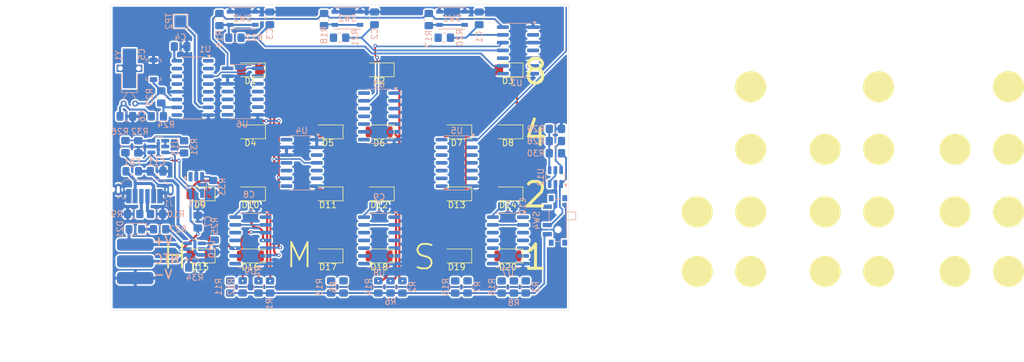
<source format=kicad_pcb>
(kicad_pcb (version 20241229) (generator "pcbnew") (generator_version "9.0")
  (layers (0 "F.Cu" signal) (2 "B.Cu" signal) (13 "F.Paste" user) (15 "B.Paste" user) (5 "F.SilkS" user "F.Silkscreen") (7 "B.SilkS" user "B.Silkscreen") (1 "F.Mask" user) (3 "B.Mask" user) (25 "Edge.Cuts" user))
  (net 0 "")
  (net 1 "GND")
  (net 2 "VDD")
  (net 3 "Net-(U1-~{Φ1})")
  (net 4 "Net-(U1-Φ0)")
  (net 11 "Net-(C1-Pad1)")
  (net 15 "Net-(C3-Pad1)")
  (net 16 "Net-(D14-K)")
  (net 17 "Net-(D20-K)")
  (net 18 "Net-(C2-Pad1)")
  (net 19 "2048hz")
  (net 20 "2Hz")
  (net 21 "HS")
  (net 22 "MS")
  (net 23 "Net-(J1-CC1)")
  (net 24 "Net-(J1-CC2)")
  (net 25 "Net-(C6-Pad1)")
  (net 26 "Net-(D3-K)")
  (net 27 "Net-(D2-K)")
  (net 28 "Net-(D10-K)")
  (net 29 "Net-(D13-K)")
  (net 30 "Net-(D17-K)")
  (net 31 "Net-(D19-K)")
  (net 32 "SS")
  (net 33 "Net-(D1-K)")
  (net 34 "Net-(D11-K)")
  (net 35 "Net-(D15-K)")
  (net 36 "Net-(D18-K)")
  (net 37 "Net-(R17-Pad1)")
  (net 38 "Net-(D12-K)")
  (net 39 "Net-(R18-Pad1)")
  (net 40 "Net-(D16-K)")
  (net 41 "Net-(R19-Pad1)")
  (net 42 "Net-(FB1-Pad1)")
  (net 45 "Net-(D1-A)")
  (net 46 "Net-(D2-A)")
  (net 47 "Net-(D3-A)")
  (net 48 "Net-(D4-A)")
  (net 49 "Net-(D5-A)")
  (net 50 "Net-(D6-A)")
  (net 51 "Net-(D7-A)")
  (net 52 "Net-(D8-A)")
  (net 53 "Net-(D9-A)")
  (net 54 "Net-(D10-A)")
  (net 55 "Net-(D11-A)")
  (net 56 "Net-(D12-A)")
  (net 57 "Net-(D13-A)")
  (net 58 "Net-(D14-A)")
  (net 59 "Net-(D15-A)")
  (net 60 "Net-(D16-A)")
  (net 61 "Net-(D17-A)")
  (net 62 "Net-(D18-A)")
  (net 63 "Net-(D19-A)")
  (net 64 "Net-(D20-A)")
  (net 65 "Net-(U8A-MR)")
  (net 66 "Net-(U7A-MR)")
  (net 67 "Net-(U7B-MR)")
  (net 68 "Net-(U8B-MR)")
  (net 69 "/Min")
  (net 70 "/SIN")
  (net 71 "/1Hz")
  (net 72 "/Hin")
  (net 73 "Net-(U9A-MR)")
  (net 81 "Net-(U9B-MR)")
  (net 85 "Net-(U3-Pad10)")
  (net 86 "Net-(U10-VIN)")
  (net 87 "Net-(D21-K)")
  (net 88 "/NTC")
  (net 89 "Net-(U10-ISET)")
  (net 90 "Net-(U10-~{CHG})")
  (net 92 "Net-(U12-+)")
  (net 93 "Net-(U12--)")
  (net 97 "VBAT")
  (net 98 "Net-(U11-EN)")
  (net 99 "Net-(U13-+)")
  (net 100 "Net-(U11-ISET)")
  (net 101 "Net-(U13--)")
  (net 102 "Net-(SW4-B)")
  (net 103 "Net-(SW4-C)")
  (footprint "LED_SMD:LED_1206_3216Metric_Pad1.42x1.75mm_HandSolder" (layer "F.Cu") (at 149.86 105.41 180)
    (property "Reference" "D17")
    (property "Value" "LED")
  )
  (footprint "LED_SMD:LED_1206_3216Metric_Pad1.42x1.75mm_HandSolder" (layer "F.Cu") (at 137.16 85.09 180)
    (property "Reference" "D4")
    (property "Value" "LED")
  )
  (footprint "LED_SMD:LED_1206_3216Metric_Pad1.42x1.75mm_HandSolder" (layer "F.Cu") (at 179.324 74.93 180)
    (property "Reference" "D3")
    (property "Value" "LED")
  )
  (footprint "LED_SMD:LED_1206_3216Metric_Pad1.42x1.75mm_HandSolder" (layer "F.Cu") (at 128.905 105.41 180)
    (property "Reference" "D15")
    (property "Value" "LED")
  )
  (footprint "LED_SMD:LED_1206_3216Metric_Pad1.42x1.75mm_HandSolder" (layer "F.Cu") (at 149.86 85.09 180)
    (property "Reference" "D5")
    (property "Value" "LED")
  )
  (footprint "LED_SMD:LED_1206_3216Metric_Pad1.42x1.75mm_HandSolder" (layer "F.Cu") (at 128.905 95.25 180)
    (property "Reference" "D9")
    (property "Value" "LED")
  )
  (footprint "LED_SMD:LED_1206_3216Metric_Pad1.42x1.75mm_HandSolder" (layer "F.Cu") (at 149.86 95.25 180)
    (property "Reference" "D11")
    (property "Value" "LED")
  )
  (footprint "LED_SMD:LED_1206_3216Metric_Pad1.42x1.75mm_HandSolder" (layer "F.Cu") (at 158.242 74.93 180)
    (property "Reference" "D2")
    (property "Value" "LED")
  )
  (footprint "LED_SMD:LED_1206_3216Metric_Pad1.42x1.75mm_HandSolder" (layer "F.Cu") (at 170.942 95.25 180)
    (property "Reference" "D13")
    (property "Value" "LED")
  )
  (footprint "LED_SMD:LED_1206_3216Metric_Pad1.42x1.75mm_HandSolder" (layer "F.Cu") (at 170.942 105.41 180)
    (property "Reference" "D19")
    (property "Value" "LED")
  )
  (footprint "LED_SMD:LED_1206_3216Metric_Pad1.42x1.75mm_HandSolder" (layer "F.Cu") (at 137.16 74.93 180)
    (property "Reference" "D1")
    (property "Value" "LED")
  )
  (footprint "LED_SMD:LED_1206_3216Metric_Pad1.42x1.75mm_HandSolder" (layer "F.Cu") (at 170.942 85.09 180)
    (property "Reference" "D7")
    (property "Value" "LED")
  )
  (footprint "LED_SMD:LED_1206_3216Metric_Pad1.42x1.75mm_HandSolder" (layer "F.Cu") (at 158.242 105.41 180)
    (property "Reference" "D18")
    (property "Value" "LED")
  )
  (footprint "LED_SMD:LED_1206_3216Metric_Pad1.42x1.75mm_HandSolder" (layer "F.Cu") (at 137.16 95.25 180)
    (property "Reference" "D10")
    (property "Value" "LED")
  )
  (footprint "LED_SMD:LED_1206_3216Metric_Pad1.42x1.75mm_HandSolder" (layer "F.Cu") (at 137.16 105.41 180)
    (property "Reference" "D16")
    (property "Value" "LED")
  )
  (footprint "LED_SMD:LED_1206_3216Metric_Pad1.42x1.75mm_HandSolder" (layer "F.Cu") (at 179.324 85.09 180)
    (property "Reference" "D8")
    (property "Value" "LED")
  )
  (footprint "LED_SMD:LED_1206_3216Metric_Pad1.42x1.75mm_HandSolder" (layer "F.Cu") (at 158.242 85.09 180)
    (property "Reference" "D6")
    (property "Value" "LED")
  )
  (footprint "LED_SMD:LED_1206_3216Metric_Pad1.42x1.75mm_HandSolder" (layer "F.Cu") (at 179.324 105.41 180)
    (property "Reference" "D20")
    (property "Value" "LED")
  )
  (footprint "LED_SMD:LED_1206_3216Metric_Pad1.42x1.75mm_HandSolder" (layer "F.Cu") (at 179.324 95.25 180)
    (property "Reference" "D14")
    (property "Value" "LED")
  )
  (footprint "LED_SMD:LED_1206_3216Metric_Pad1.42x1.75mm_HandSolder" (layer "F.Cu") (at 158.242 95.25 180)
    (property "Reference" "D12")
    (property "Value" "LED")
  )
  (footprint "Capacitor_SMD:C_0805_2012Metric_Pad1.18x1.45mm_HandSolder" (layer "B.Cu") (at 158.242 97.282)
    (property "Reference" "C9")
    (property "Value" "39pf")
  )
  (footprint "Capacitor_SMD:C_0805_2012Metric_Pad1.18x1.45mm_HandSolder" (layer "B.Cu") (at 125.73 71.12)
    (property "Reference" "C4")
    (property "Value" "39pf")
  )
  (footprint "Resistor_SMD:R_0805_2012Metric_Pad1.20x1.40mm_HandSolder" (layer "B.Cu") (at 160.1 110.49 -90)
    (property "Reference" "R6")
    (property "Value" "1k5")
  )
  (footprint "Capacitor_SMD:C_0805_2012Metric_Pad1.18x1.45mm_HandSolder" (layer "B.Cu") (at 174.625 66.5 90)
    (property "Reference" "C1")
    (property "Value" "100n")
  )
  (footprint "Resistor_SMD:R_0805_2012Metric_Pad1.20x1.40mm_HandSolder" (layer "B.Cu") (at 138.4808 110.49 -90)
    (property "Reference" "R4")
    (property "Value" "1k5")
  )
  (footprint "Resistor_SMD:R_0805_2012Metric_Pad1.20x1.40mm_HandSolder" (layer "B.Cu") (at 122.3 101.05)
    (property "Reference" "R27")
    (property "Value" "2k")
  )
  (footprint "Capacitor_SMD:C_0805_2012Metric_Pad1.18x1.45mm_HandSolder" (layer "B.Cu") (at 137.16 97.282)
    (property "Reference" "C8")
    (property "Value" "39pf")
  )
  (footprint "Capacitor_SMD:C_0805_2012Metric_Pad1.18x1.45mm_HandSolder" (layer "B.Cu") (at 179.324 97.282)
    (property "Reference" "C10")
    (property "Value" "39pf")
  )
  (footprint "Connector_Wire:SolderWirePad_1x01_SMD_1x2mm" (layer "B.Cu") (at 118.3 103.55 90)
    (property "Reference" "J2" (hide yes))
    (property "Value" "Conn_01x01")
  )
  (footprint "Resistor_SMD:R_0805_2012Metric_Pad1.20x1.40mm_HandSolder" (layer "B.Cu") (at 182.245 110.49 -90)
    (property "Reference" "R3")
    (property "Value" "1k5")
  )
  (footprint "Button_Switch_SMD:SW_Push_1P1T_NO_Vertical_Wuerth_434133025816" (layer "B.Cu") (at 170.18 66.5 180)
    (property "Reference" "SW1")
    (property "Value" "PTH_RA_7.4x4.3mm")
  )
  (footprint "Package_SO:SO-14_3.9x8.65mm_P1.27mm" (layer "B.Cu") (at 145.542 90.17 180)
    (property "Reference" "U4")
    (property "Value" "74LS08")
  )
  (footprint "Package_SO:SO-16_3.9x9.9mm_P1.27mm" (layer "B.Cu") (at 127.7 77.9 180)
    (property "Reference" "U1")
    (property "Value" "74HC4060")
  )
  (footprint "Button_Switch_SMD:SW_SPDT_PCM12" (layer "B.Cu") (at 187.2 99.6 -90)
    (property "Reference" "SW4")
    (property "Value" "SW_SPDT")
  )
  (footprint "Resistor_SMD:R_0805_2012Metric_Pad1.20x1.40mm_HandSolder" (layer "B.Cu") (at 128.05 107.3)
    (property "Reference" "R34")
    (property "Value" "5k1")
  )
  (footprint "Resistor_SMD:R_0805_2012Metric_Pad1.20x1.40mm_HandSolder" (layer "B.Cu") (at 150.368 110.49 -90)
    (property "Reference" "R13")
    (property "Value" "1k5")
  )
  (footprint "Resistor_SMD:R_0805_2012Metric_Pad1.20x1.40mm_HandSolder" (layer "B.Cu") (at 187.1 84.6)
    (property "Reference" "R29")
    (property "Value" "1.4M")
  )
  (footprint "TestPoint:TestPoint_Pad_2.0x2.0mm" (layer "B.Cu") (at 125.7 67 180)
    (property "Reference" "TP2")
    (property "Value" "TestPoint")
  )
  (footprint "Connector_Wire:SolderWirePad_1x01_SMD_1x2mm" (layer "B.Cu") (at 118.3 109.05 90)
    (property "Reference" "J3" (hide yes))
    (property "Value" "Conn_01x01")
  )
  (footprint "Button_Switch_SMD:SW_Push_1P1T_NO_Vertical_Wuerth_434133025816" (layer "B.Cu") (at 153.035 66.5 180)
    (property "Reference" "SW2")
    (property "Value" "PTH_RA_7.4x4.3mm")
  )
  (footprint "Resistor_SMD:R_0805_2012Metric_Pad1.20x1.40mm_HandSolder" (layer "B.Cu") (at 135.89 110.474 -90)
    (property "Reference" "R12")
    (property "Value" "1k5")
  )
  (footprint "Package_SO:SO-14_3.9x8.65mm_P1.27mm" (layer "B.Cu") (at 158.242 82.55 180)
    (property "Reference" "U3")
    (property "Value" "74LS32")
  )
  (footprint "Resistor_SMD:R_0805_2012Metric_Pad1.20x1.40mm_HandSolder" (layer "B.Cu") (at 121.92 82.55)
    (property "Reference" "R24")
    (property "Value" "220k")
  )
  (footprint "Resistor_SMD:R_0805_2012Metric_Pad1.20x1.40mm_HandSolder" (layer "B.Cu") (at 132.08 66.7 90)
    (property "Reference" "R19")
    (property "Value" "1M")
  )
  (footprint "Resistor_SMD:R_0805_2012Metric_Pad1.20x1.40mm_HandSolder" (layer "B.Cu") (at 166.37 66.7 90)
    (property "Reference" "R17")
    (property "Value" "10k")
  )
  (footprint "Resistor_SMD:R_0805_2012Metric_Pad1.20x1.40mm_HandSolder" (layer "B.Cu") (at 126.3 87.55 90)
    (property "Reference" "R31")
    (property "Value" "1.7M")
  )
  (footprint "Capacitor_SMD:C_Trimmer_Murata_TZY2" (layer "B.Cu") (at 121.285 74.93 90)
    (property "Reference" "C5")
    (property "Value" "4-40pf")
  )
  (footprint "Resistor_SMD:R_0805_2012Metric_Pad1.20x1.40mm_HandSolder" (layer "B.Cu") (at 133.858 110.49 -90)
    (property "Reference" "R11")
    (property "Value" "1k5")
  )
  (footprint "Connector_Wire:SolderWirePad_1x01_SMD_1x2mm" (layer "B.Cu") (at 118.3 106.3 90)
    (property "Reference" "TH1" (hide yes))
    (property "Value" "Thermistor_NTC")
  )
  (footprint "FHD-KiCad-Connectors:USB_C_Receptacle_USB4130" (layer "B.Cu") (at 119.8 94.55 180)
    (property "Reference" "J1")
    (property "Value" "USB_C_Receptacle_PowerOnly_6P")
  )
  (footprint "Resistor_SMD:R_0805_2012Metric_Pad1.20x1.40mm_HandSolder" (layer "B.Cu") (at 162.052 110.49 -90)
    (property "Reference" "R2")
    (property "Value" "1k5")
  )
  (footprint "Resistor_SMD:R_0805_2012Metric_Pad1.20x1.40mm_HandSolder" (layer "B.Cu") (at 170.7 110.5 -90)
    (property "Reference" "R15")
    (property "Value" "1k5")
  )
  (footprint "Capacitor_SMD:C_0805_2012Metric_Pad1.18x1.45mm_HandSolder" (layer "B.Cu") (at 116.84 82.55)
    (property "Reference" "C6")
    (property "Value" "39pf")
  )
  (footprint "Resistor_SMD:R_0805_2012Metric_Pad1.20x1.40mm_HandSolder" (layer "B.Cu") (at 140.3858 110.49 -90)
    (property "Reference" "R1")
    (property "Value" "1k5")
  )
  (footprint "Resistor_SMD:R_0805_2012Metric_Pad1.20x1.40mm_HandSolder" (layer "B.Cu") (at 149.225 66.7 90)
    (property "Reference" "R18")
    (property "Value" "1M")
  )
  (footprint "Resistor_SMD:R_0805_2012Metric_Pad1.20x1.40mm_HandSolder" (layer "B.Cu") (at 152.4 110.49 -90)
    (property "Reference" "R5")
    (property "Value" "1k5")
  )
  (footprint "Resistor_SMD:R_0805_2012Metric_Pad1.20x1.40mm_HandSolder" (layer "B.Cu") (at 172.72 110.49 -90)
    (property "Reference" "R7")
    (property "Value" "1k5")
  )
  (footprint "Resistor_SMD:R_0805_2012Metric_Pad1.20x1.40mm_HandSolder" (layer "B.Cu") (at 122.555 79.375 90)
    (property "Reference" "R23")
    (property "Value" "1M")
  )
  (footprint "Capacitor_SMD:C_0805_2012Metric_Pad1.18x1.45mm_HandSolder" (layer "B.Cu") (at 121.8 91.55)
    (property "Reference" "C11")
    (property "Value" "100n")
  )
  (footprint "Resistor_SMD:R_0805_2012Metric_Pad1.20x1.40mm_HandSolder" (layer "B.Cu") (at 118.8 87.55 -90)
    (property "Reference" "R32")
    (property "Value" "1M")
  )
  (footprint "Crystal:Crystal_C26-LF_D2.1mm_L6.5mm_Horizontal_1EP_style2" (layer "B.Cu") (at 116.398 80.45)
    (property "Reference" "Y1")
    (property "Value" "32.768Khz")
  )
  (footprint "Capacitor_SMD:C_0805_2012Metric_Pad1.18x1.45mm_HandSolder" (layer "B.Cu") (at 157.48 66.5 90)
    (property "Reference" "C2")
    (property "Value" "100n")
  )
  (footprint "Package_SO:SO-14_3.9x8.65mm_P1.27mm" (layer "B.Cu") (at 158.242 102.87 180)
    (property "Reference" "U8")
    (property "Value" "74LS393")
  )
  (footprint "Package_TO_SOT_SMD:SOT-23-6" (layer "B.Cu") (at 187.1 92.5 90)
    (property "Reference" "U12")
    (property "Value" "MCP65R41-2402")
  )
  (footprint "Resistor_SMD:R_0805_2012Metric_Pad1.20x1.40mm_HandSolder" (layer "B.Cu") (at 118.05 98.55 180)
    (property "Reference" "R9")
    (property "Value" "5k1")
  )
  (footprint "Capacitor_SMD:C_0805_2012Metric_Pad1.18x1.45mm_HandSolder" (layer "B.Cu") (at 140.335 66.5 90)
    (property "Reference" "C3")
    (property "Value" "100n")
  )
  (footprint "Package_TO_SOT_SMD:SOT-23-6" (layer "B.Cu") (at 128.05 104.3)
    (property "Reference" "U10")
    (property "Value" "BQ21040DBV")
  )
  (footprint "Resistor_SMD:R_0805_2012Metric_Pad1.20x1.40mm_HandSolder" (layer "B.Cu") (at 187.1 88.6 180)
    (property "Reference" "R30")
    (property "Value" "30M")
  )
  (footprint "Resistor_SMD:R_0805_2012Metric_Pad1.20x1.40mm_HandSolder" (layer "B.Cu") (at 178.3 110.5 -90)
    (property "Reference" "R16")
    (property "Value" "1k5")
  )
  (footprint "Button_Switch_SMD:SW_Push_1P1T_NO_Vertical_Wuerth_434133025816" (layer "B.Cu") (at 135.89 66.5 180)
    (property "Reference" "SW3")
    (property "Value" "PTH_RA_7.4x4.3mm")
  )
  (footprint "LED_SMD:LED_0805_2012Metric_Pad1.15x1.40mm_HandSolder" (layer "B.Cu") (at 118.3 101.05 180)
    (property "Reference" "D21")
    (property "Value" "LED")
  )
  (footprint "Resistor_SMD:R_0805_2012Metric_Pad1.20x1.40mm_HandSolder" (layer "B.Cu") (at 158.1 110.49 -90)
    (property "Reference" "R14")
    (property "Value" "1k5")
  )
  (footprint "Resistor_SMD:R_0805_2012Metric_Pad1.20x1.40mm_HandSolder" (layer "B.Cu") (at 134.62 69.675)
    (property "Reference" "R22")
    (property "Value" "1M")
  )
  (footprint "Package_SO:SO-14_3.9x8.65mm_P1.27mm" (layer "B.Cu") (at 179.324 102.87 180)
    (property "Reference" "U7")
    (property "Value" "74LS393")
  )
  (footprint "Package_SO:SO-14_3.9x8.65mm_P1.27mm" (layer "B.Cu") (at 137.16 102.87 180)
    (property "Reference" "U9")
    (property "Value" "74LS393")
  )
  (footprint "Capacitor_SMD:C_0805_2012Metric_Pad1.18x1.45mm_HandSolder" (layer "B.Cu") (at 128.55 99.8 90)
    (property "Reference" "C7")
    (property "Value" "1u")
  )
  (footprint "Resistor_SMD:R_0805_2012Metric_Pad1.20x1.40mm_HandSolder" (layer "B.Cu") (at 151.765 69.675)
    (property "Reference" "R21")
    (property "Value" "1M")
  )
  (footprint "Resistor_SMD:R_0805_2012Metric_Pad1.20x1.40mm_HandSolder" (layer "B.Cu") (at 168.91 69.675)
    (property "Reference" "R20")
    (property "Value" "10k")
  )
  (footprint "Inductor_SMD:L_0805_2012Metric_Pad1.15x1.40mm_HandSolder" (layer "B.Cu") (at 117.8 91.55)
    (property "Reference" "FB1")
    (property "Value" "FerriteBead")
  )
  (footprint "Resistor_SMD:R_0805_2012Metric_Pad1.20x1.40mm_HandSolder" (layer "B.Cu") (at 116.689609 87.5 90)
    (property "Reference" "R26")
    (property "Value" "10M")
  )
  (footprint "Package_TO_SOT_SMD:SOT-23-5_HandSoldering" (layer "B.Cu") (at 128.3 93.8 -90)
    (property "Reference" "U11")
    (property "Value" "~")
  )
  (footprint "Resistor_SMD:R_0805_2012Metric_Pad1.20x1.40mm_HandSolder" (layer "B.Cu") (at 131.3 103.8 -90)
    (property "Reference" "R25")
    (property "Value" "5k1")
  )
  (footprint "Resistor_SMD:R_0805_2012Metric_Pad1.20x1.40mm_HandSolder" (layer "B.Cu") (at 180.3 110.5 -90)
    (property "Reference" "R8")
    (property "Value" "1k5")
  )
  (footprint "Package_TO_SOT_SMD:SOT-23-6" (layer "B.Cu") (at 122.077109 87.5)
    (property "Reference" "U13")
    (property "Value" "MCP65R41-2402")
  )
  (footprint "Package_SO:SO-14_3.9x8.65mm_P1.27mm" (layer "B.Cu") (at 135.89 78.5 180)
    (property "Reference" "U6")
    (property "Value" "74LS393")
  )
  (footprint "Resistor_SMD:R_0805_2012Metric_Pad1.20x1.40mm_HandSolder" (layer "B.Cu") (at 121.8 98.55)
    (property "Reference" "R10")
    (property "Value" "5k1")
  )
  (footprint "Package_SO:SO-14_3.9x8.65mm_P1.27mm" (layer "B.Cu") (at 180.975 71.755 180)
    (property "Reference" "U2")
    (property "Value" "74HC14")
  )
  (footprint "Resistor_SMD:R_0805_2012Metric_Pad1.20x1.40mm_HandSolder" (layer "B.Cu") (at 131.05 94.05 90)
    (property "Reference" "R33")
    (property "Value" "1k")
  )
  (footprint "Resistor_SMD:R_0805_2012Metric_Pad1.20x1.40mm_HandSolder" (layer "B.Cu") (at 187.1 86.6 180)
    (property "Reference" "R28")
    (property "Value" "330k")
  )
  (footprint "Package_SO:SO-14_3.9x8.65mm_P1.27mm" (layer "B.Cu") (at 170.942 90.17 180)
    (property "Reference" "U5")
    (property "Value" "74LS08")
  )
  (gr_circle (center 252.55 107.95) (end 255.05 107.95) (stroke (width 0.1)) (fill yes) (layer "F.SilkS"))
  (gr_circle (center 219.075 98.2) (end 221.575 98.2) (stroke (width 0.1)) (fill yes) (layer "F.SilkS"))
  (gr_circle (center 231.28 98.2) (end 233.78 98.2) (stroke (width 0.1)) (fill yes) (layer "F.SilkS"))
  (gr_circle (center 240.03 98.2) (end 242.53 98.2) (stroke (width 0.1)) (fill yes) (layer "F.SilkS"))
  (gr_circle (center 252.55 87.95) (end 255.05 87.95) (stroke (width 0.1)) (fill yes) (layer "F.SilkS"))
  (gr_circle (center 261.3 98.2) (end 263.8 98.2) (stroke (width 0.1)) (fill yes) (layer "F.SilkS"))
  (gr_circle (center 240.03 87.95) (end 242.53 87.95) (stroke (width 0.1)) (fill yes) (layer "F.SilkS"))
  (gr_circle (center 252.55 98.2) (end 255.05 98.2) (stroke (width 0.1)) (fill yes) (layer "F.SilkS"))
  (gr_circle (center 231.28 87.95) (end 233.78 87.95) (stroke (width 0.1)) (fill yes) (layer "F.SilkS"))
  (gr_circle (center 219.075 87.95) (end 221.575 87.95) (stroke (width 0.1)) (fill yes) (layer "F.SilkS"))
  (gr_circle (center 219.075 77.7) (end 221.575 77.7) (stroke (width 0.1)) (fill yes) (layer "F.SilkS"))
  (gr_circle (center 261.3 87.95) (end 263.8 87.95) (stroke (width 0.1)) (fill yes) (layer "F.SilkS"))
  (gr_circle (center 210.325 107.95) (end 212.825 107.95) (stroke (width 0.1)) (fill yes) (layer "F.SilkS"))
  (gr_circle (center 261.3 107.95) (end 263.8 107.95) (stroke (width 0.1)) (fill yes) (layer "F.SilkS"))
  (gr_circle (center 240.03 107.95) (end 242.53 107.95) (stroke (width 0.1)) (fill yes) (layer "F.SilkS"))
  (gr_circle (center 210.325 98.2) (end 212.825 98.2) (stroke (width 0.1)) (fill yes) (layer "F.SilkS"))
  (gr_circle (center 219.075 107.95) (end 221.575 107.95) (stroke (width 0.1)) (fill yes) (layer "F.SilkS"))
  (gr_circle (center 261.3 77.7) (end 263.8 77.7) (stroke (width 0.1)) (fill yes) (layer "F.SilkS"))
  (gr_circle (center 240.03 77.7) (end 242.53 77.7) (stroke (width 0.1)) (fill yes) (layer "F.SilkS"))
  (gr_circle (center 231.28 107.95) (end 233.78 107.95) (stroke (width 0.1)) (fill yes) (layer "F.SilkS"))
  (gr_rect (start 114.3 64.3) (end 189.3 114.3) (stroke (width 0.05)) (fill no) (layer "Edge.Cuts"))
  (gr_text "2" (at 181.61 97.7392 0) (layer "F.SilkS") (effects (font (size 4 4) (thickness 0.5) (bold yes)) (justify left bottom)))
  (gr_text "M" (at 142.6972 107.6452 0) (layer "F.SilkS") (effects (font (size 4 4) (thickness 0.3) (bold yes)) (justify left bottom)))
  (gr_text "S" (at 163.576 107.95 0) (layer "F.SilkS") (effects (font (size 4 4) (thickness 0.3) (bold yes)) (justify left bottom)))
  (gr_text "H" (at 122.5296 107.8484 0) (layer "F.SilkS") (effects (font (size 4 4) (thickness 0.3) (bold yes)) (justify left bottom)))
  (gr_text "8" (at 181.61 77.5716 0) (layer "F.SilkS") (effects (font (size 4 4) (thickness 0.5) (bold yes)) (justify left bottom)))
  (gr_text "4" (at 181.61 87.6808 0) (layer "F.SilkS") (effects (font (size 4 4) (thickness 0.5) (bold yes)) (justify left bottom)))
  (gr_text "1" (at 181.61 107.95 0) (layer "F.SilkS") (effects (font (size 4 4) (thickness 0.5) (bold yes)) (justify left bottom)))
  (gr_text "V+" (at 124.55 103.8 0) (layer "B.SilkS") (effects (font (size 1.5 1.5) (thickness 0.25)) (justify left bottom mirror)))
  (gr_text "V-" (at 124.55 109.3 0) (layer "B.SilkS") (effects (font (size 1.5 1.5) (thickness 0.25)) (justify left bottom mirror)))
  (gr_text "NTC" (at 125.73 106.8 0) (layer "B.SilkS") (effects (font (size 1.5 1.5) (thickness 0.25)) (justify left bottom mirror)))
  (segment (start 167.469 66.599) (end 177.154 66.599) (width 0.3) (layer "B.Cu") (net 2))
  (segment (start 134.685 99.06) (end 134.685 98.7195) (width 0.3) (layer "B.Cu") (net 2))
  (segment (start 166.37 65.5) (end 167.469 66.599) (width 0.3) (layer "B.Cu") (net 2))
  (segment (start 176.849 98.7195) (end 178.2865 97.282) (width 0.3) (layer "B.Cu") (net 2))
  (segment (start 150.126 66.401) (end 149.225 65.5) (width 0.3) (layer "B.Cu") (net 2))
  (segment (start 188.05 90.700001) (end 188.05 91.3625) (width 0.3) (layer "B.Cu") (net 2))
  (segment (start 131.029 69.829) (end 133.415 72.215) (width 0.3) (layer "B.Cu") (net 2))
  (segment (start 133.415 72.215) (end 133.415 74.69) (width 0.3) (layer "B.Cu") (net 2))
  (segment (start 124.6925 71.12) (end 124.6925 73.0225) (width 0.35) (layer "B.Cu") (net 2))
  (segment (start 133.179 66.599) (end 132.08 65.5) (width 0.3) (layer "B.Cu") (net 2))
  (segment (start 188.1 86.6) (end 187.149 87.551) (width 0.3) (layer "B.Cu") (net 2))
  (segment (start 131.029 66.551) (end 131.029 69.829) (width 0.3) (layer "B.Cu") (net 2))
  (segment (start 166.37 65.5) (end 165.469 66.401) (width 0.3) (layer "B.Cu") (net 2))
  (segment (start 176.849 99.06) (end 176.849 98.7195) (width 0.3) (layer "B.Cu") (net 2))
  (segment (start 124.6925 73.0225) (end 125.125 73.455) (width 0.35) (layer "B.Cu") (net 2))
  (segment (start 155.767 98.7195) (end 157.2045 97.282) (width 0.3) (layer "B.Cu") (net 2))
  (segment (start 187.149 89.799001) (end 188.05 90.700001) (width 0.3) (layer "B.Cu") (net 2))
  (segment (start 165.469 66.401) (end 150.126 66.401) (width 0.3) (layer "B.Cu") (net 2))
  (segment (start 134.685 98.7195) (end 136.1225 97.282) (width 0.3) (layer "B.Cu") (net 2))
  (segment (start 132.08 65.5) (end 131.029 66.551) (width 0.3) (layer "B.Cu") (net 2))
  (segment (start 177.154 66.599) (end 178.5 67.945) (width 0.3) (layer "B.Cu") (net 2))
  (segment (start 149.225 65.5) (end 148.126 66.599) (width 0.3) (layer "B.Cu") (net 2))
  (segment (start 148.126 66.599) (end 133.179 66.599) (width 0.3) (layer "B.Cu") (net 2))
  (segment (start 187.149 87.551) (end 187.149 89.799001) (width 0.3) (layer "B.Cu") (net 2))
  (segment (start 155.767 99.06) (end 155.767 98.7195) (width 0.3) (layer "B.Cu") (net 2))
  (segment (start 118.298 80.45) (end 120.48 80.45) (width 0.35) (layer "B.Cu") (net 3))
  (segment (start 121.285 77.105) (end 122.555 78.375) (width 0.35) (layer "B.Cu") (net 3))
  (segment (start 121.285 76.53) (end 121.285 77.105) (width 0.35) (layer "B.Cu") (net 3))
  (segment (start 120.48 80.45) (end 122.555 78.375) (width 0.35) (layer "B.Cu") (net 3))
  (segment (start 125.125 79.805) (end 123.985 79.805) (width 0.35) (layer "B.Cu") (net 3))
  (segment (start 123.985 79.805) (end 122.555 78.375) (width 0.35) (layer "B.Cu") (net 3))
  (segment (start 123.255 81.075) (end 122.555 80.375) (width 0.35) (layer "B.Cu") (net 4))
  (segment (start 122.92 82.55) (end 122.92 80.74) (width 0.35) (layer "B.Cu") (net 4))
  (segment (start 125.125 81.075) (end 123.255 81.075) (width 0.35) (layer "B.Cu") (net 4))
  (segment (start 122.92 80.74) (end 122.555 80.375) (width 0.35) (layer "B.Cu") (net 4))
  (segment (start 172.9475 69.215) (end 172.88125 69.28125) (width 0.3) (layer "B.Cu") (net 11))
  (segment (start 172.4875 69.675) (end 172.88125 69.28125) (width 0.3) (layer "B.Cu") (net 11))
  (segment (start 178.5 69.215) (end 172.9475 69.215) (width 0.3) (layer "B.Cu") (net 11))
  (segment (start 172.88125 69.28125) (end 174.625 67.5375) (width 0.3) (layer "B.Cu") (net 11))
  (segment (start 169.91 69.675) (end 172.4875 69.675) (width 0.3) (layer "B.Cu") (net 11))
  (segment (start 138.1975 69.675) (end 140.335 67.5375) (width 0.35) (layer "B.Cu") (net 15))
  (segment (start 174.9 72.256) (end 157.056 72.256) (width 0.3) (layer "B.Cu") (net 15))
  (segment (start 135.62 69.675) (end 138.1975 69.675) (width 0.35) (layer "B.Cu") (net 15))
  (segment (start 176.939 74.295) (end 174.9 72.256) (width 0.3) (layer "B.Cu") (net 15))
  (segment (start 157.056 72.256) (end 155.9 71.1) (width 0.3) (layer "B.Cu") (net 15))
  (segment (start 178.5 74.295) (end 176.939 74.295) (width 0.3) (layer "B.Cu") (net 15))
  (segment (start 139.6225 71.1) (end 138.1975 69.675) (width 0.3) (layer "B.Cu") (net 15))
  (segment (start 155.9 71.1) (end 139.6225 71.1) (width 0.3) (layer "B.Cu") (net 15))
  (segment (start 155.3425 69.675) (end 157.48 67.5375) (width 0.3) (layer "B.Cu") (net 18))
  (segment (start 178.5 71.755) (end 157.4225 71.755) (width 0.3) (layer "B.Cu") (net 18))
  (segment (start 157.4225 71.755) (end 155.3425 69.675) (width 0.3) (layer "B.Cu") (net 18))
  (segment (start 152.765 69.675) (end 155.3425 69.675) (width 0.3) (layer "B.Cu") (net 18))
  (segment (start 128.05 80.3) (end 128.05 69.35) (width 0.35) (layer "B.Cu") (net 19))
  (segment (start 128.05 69.35) (end 125.7 67) (width 0.35) (layer "B.Cu") (net 19))
  (segment (start 128.825 81.075) (end 130.275 81.075) (width 0.35) (layer "B.Cu") (net 19))
  (segment (start 128.05 80.3) (end 128.825 81.075) (width 0.35) (layer "B.Cu") (net 19))
  (segment (start 136.71 74.69) (end 138.365 74.69) (width 0.25) (layer "B.Cu") (net 20))
  (segment (start 130.275 75.995) (end 131.727678 75.995) (width 0.25) (layer "B.Cu") (net 20))
  (segment (start 132.388678 75.334) (end 136.066 75.334) (width 0.25) (layer "B.Cu") (net 20))
  (segment (start 136.066 75.334) (end 136.71 74.69) (width 0.25) (layer "B.Cu") (net 20))
  (segment (start 131.727678 75.995) (end 132.388678 75.334) (width 0.25) (layer "B.Cu") (net 20))
  (segment (start 120.8 98.55) (end 120.3 98.05) (width 0.5) (layer "B.Cu") (net 23))
  (segment (start 120.3 98.05) (end 120.3 95.625) (width 0.5) (layer "B.Cu") (net 23))
  (segment (start 119.3 98.05) (end 119.3 95.625) (width 0.5) (layer "B.Cu") (net 24))
  (segment (start 118.8 98.55) (end 119.3 98.05) (width 0.5) (layer "B.Cu") (net 24))
  (segment (start 115.8 81.55) (end 115.8025 81.5525) (width 0.35) (layer "B.Cu") (net 25))
  (segment (start 117.398 81.45) (end 116.398 80.45) (width 0.35) (layer "B.Cu") (net 25))
  (segment (start 116.398 80.45) (end 115.8 81.048) (width 0.35) (layer "B.Cu") (net 25))
  (segment (start 115.8025 81.5525) (end 115.8025 82.55) (width 0.35) (layer "B.Cu") (net 25))
  (segment (start 115.8 81.048) (end 115.8 81.55) (width 0.35) (layer "B.Cu") (net 25))
  (segment (start 119.82 81.45) (end 117.398 81.45) (width 0.35) (layer "B.Cu") (net 25))
  (segment (start 120.92 82.55) (end 119.82 81.45) (width 0.35) (layer "B.Cu") (net 25))
  (segment (start 180.8115 74.93) (end 180.8115 85.09) (width 0.3) (layer "F.Cu") (net 26))
  (segment (start 159.7295 85.09) (end 159.85961 85.09232) (width 0.35) (layer "F.Cu") (net 27))
  (segment (start 161.551 107.099) (end 161.55 107.1) (width 0.35) (layer "F.Cu") (net 27))
  (segment (start 161.551 76.7515) (end 161.551 86.9115) (width 0.35) (layer "F.Cu") (net 27))
  (segment (start 161.551 107.099) (end 161.551 86.9115) (width 0.35) (layer "F.Cu") (net 27))
  (segment (start 161.55 107.1) (end 161.55 108.988) (width 0.35) (layer "F.Cu") (net 27))
  (via (at 162.052 109.49) (size 0.6) (drill 0.3) (layers "F.Cu" "B.Cu") (net 27))
  (arc (start 159.7295 74.93) (mid 161.017495 75.463505) (end 161.551 76.7515) (width 0.35) (layer "F.Cu") (net 27))
  (arc (start 161.55 108.988) (mid 161.697032 109.342968) (end 162.052 109.49) (width 0.35) (layer "F.Cu") (net 27))
  (arc (start 159.85961 85.09232) (mid 161.064349 85.668712) (end 161.551 86.9115) (width 0.35) (layer "F.Cu") (net 27))
  (segment (start 138.4808 108.7192) (end 138.4808 109.49) (width 0.35) (layer "F.Cu") (net 28))
  (segment (start 139.9 96.5025) (end 139.9 107.3) (width 0.35) (layer "F.Cu") (net 28))
  (via (at 138.4808 109.49) (size 0.6) (drill 0.3) (layers "F.Cu" "B.Cu") (net 28))
  (arc (start 139.3 107.9) (mid 138.720738 108.139938) (end 138.4808 108.7192) (width 0.35) (layer "F.Cu") (net 28))
  (arc (start 139.9 107.3) (mid 139.724264 107.724264) (end 139.3 107.9) (width 0.35) (layer "F.Cu") (net 28))
  (arc (start 138.6475 95.25) (mid 139.533151 95.616849) (end 139.9 96.5025) (width 0.35) (layer "F.Cu") (net 28))
  (segment (start 172.4295 85.09) (end 172.4295 95.25) (width 0.3) (layer "F.Cu") (net 29))
  (segment (start 157.59337 72.59937) (end 157.9 72.906) (width 0.25) (layer "F.Cu") (net 32))
  (segment (start 157.59337 71.00663) (end 157.59337 72.59937) (width 0.25) (layer "F.Cu") (net 32))
  (via (at 157.9 72.906) (size 0.6) (drill 0.3) (layers "F.Cu" "B.Cu") (net 32))
  (via (at 157.59337 71.00663) (size 0.6) (drill 0.3) (layers "F.Cu" "B.Cu") (net 32))
  (segment (start 157.68674 71.1) (end 157.59337 71.00663) (width 0.25) (layer "B.Cu") (net 32))
  (segment (start 156.741999 80.01) (end 155.767 80.01) (width 0.25) (layer "B.Cu") (net 32))
  (segment (start 157.9 78.851999) (end 156.741999 80.01) (width 0.25) (layer "B.Cu") (net 32))
  (segment (start 178.5 70.485) (end 177.885 71.1) (width 0.25) (layer "B.Cu") (net 32))
  (segment (start 157.9 72.906) (end 157.9 78.851999) (width 0.25) (layer "B.Cu") (net 32))
  (segment (start 177.885 71.1) (end 157.68674 71.1) (width 0.25) (layer "B.Cu") (net 32))
  (segment (start 139.506736 85.307019) (end 139.721934 85.445317) (width 0.3) (layer "F.Cu") (net 33))
  (segment (start 138.6475 85.09) (end 138.775403 85.092281) (width 0.3) (layer "F.Cu") (net 33))
  (segment (start 139.274047 85.200754) (end 139.506736 85.307019) (width 0.3) (layer "F.Cu") (net 33))
  (segment (start 140.426 87.1) (end 140.426 91.8) (width 0.3) (layer "F.Cu") (net 33))
  (segment (start 140.426 86.888323) (end 140.426 87.1) (width 0.3) (layer "F.Cu") (net 33))
  (segment (start 140.221076 86.021354) (end 140.327342 86.254042) (width 0.3) (layer "F.Cu") (net 33))
  (segment (start 140.433272 86.881051) (end 140.426 86.888323) (width 0.3) (layer "F.Cu") (net 33))
  (segment (start 139.915259 85.612834) (end 140.082776 85.806158) (width 0.3) (layer "F.Cu") (net 33))
  (segment (start 140.438089 86.880589) (end 140.433272 86.881051) (width 0.3) (layer "F.Cu") (net 33))
  (segment (start 140.426 76.7085) (end 140.426 87.1) (width 0.3) (layer "F.Cu") (net 33))
  (segment (start 138.775403 85.092281) (end 139.028604 85.128686) (width 0.3) (layer "F.Cu") (net 33))
  (segment (start 140.426 91.8) (end 140.426 109.4498) (width 0.3) (layer "F.Cu") (net 33))
  (segment (start 140.327342 86.254042) (end 140.399412 86.499485) (width 0.3) (layer "F.Cu") (net 33))
  (segment (start 140.399412 86.499485) (end 140.435818 86.752686) (width 0.3) (layer "F.Cu") (net 33))
  (segment (start 139.721934 85.445317) (end 139.915259 85.612834) (width 0.3) (layer "F.Cu") (net 33))
  (segment (start 139.028604 85.128686) (end 139.274047 85.200754) (width 0.3) (layer "F.Cu") (net 33))
  (segment (start 140.435818 86.752686) (end 140.438089 86.880589) (width 0.3) (layer "F.Cu") (net 33))
  (segment (start 140.082776 85.806158) (end 140.221076 86.021354) (width 0.3) (layer "F.Cu") (net 33))
  (via (at 140.3858 109.49) (size 0.6) (drill 0.3) (layers "F.Cu" "B.Cu") (net 33))
  (arc (start 140.426 109.4498) (mid 140.414226 109.478226) (end 140.3858 109.49) (width 0.3) (layer "F.Cu") (net 33))
  (arc (start 138.6475 74.93) (mid 139.905089 75.450911) (end 140.426 76.7085) (width 0.3) (layer "F.Cu") (net 33))
  (segment (start 151.3475 85.09) (end 151.3475 95.25) (width 0.3) (layer "F.Cu") (net 34))
  (segment (start 130.3925 95.25) (end 130.3925 105.41) (width 0.35) (layer "F.Cu") (net 35))
  (segment (start 159.7295 105.41) (end 159.7295 107.8605) (width 0.35) (layer "F.Cu") (net 36))
  (via (at 158.1 109.49) (size 0.6) (drill 0.3) (layers "F.Cu" "B.Cu") (net 36))
  (arc (start 159.7295 107.8605) (mid 159.25223 109.01273) (end 158.1 109.49) (width 0.35) (layer "F.Cu") (net 36))
  (segment (start 172.255 67.575) (end 168.13 67.575) (width 0.3) (layer "B.Cu") (net 37))
  (segment (start 166.445 67.575) (end 166.37 67.5) (width 0.3) (layer "B.Cu") (net 37))
  (segment (start 168.13 67.575) (end 166.445 67.575) (width 0.3) (layer "B.Cu") (net 37))
  (segment (start 159.7295 95.25) (end 159.834681 95.252577) (width 0.35) (layer "F.Cu") (net 38))
  (segment (start 159.834681 95.252577) (end 160.041002 95.293617) (width 0.35) (layer "F.Cu") (net 38))
  (segment (start 161 96.252615) (end 161 108.59) (width 0.35) (layer "F.Cu") (net 38))
  (via (at 160.1 109.49) (size 0.6) (drill 0.3) (layers "F.Cu" "B.Cu") (net 38))
  (arc (start 161 108.59) (mid 160.736396 109.226396) (end 160.1 109.49) (width 0.35) (layer "F.Cu") (net 38))
  (arc (start 160.041002 95.293617) (mid 160.719116 95.574501) (end 161 96.252615) (width 0.35) (layer "F.Cu") (net 38))
  (segment (start 149.225 67.5) (end 150.91 67.5) (width 0.3) (layer "B.Cu") (net 39))
  (segment (start 150.91 67.5) (end 150.985 67.575) (width 0.3) (layer "B.Cu") (net 39))
  (segment (start 155.11 67.575) (end 150.985 67.575) (width 0.3) (layer "B.Cu") (net 39))
  (segment (start 138.6475 105.41) (end 138.6475 105.7525) (width 0.35) (layer "F.Cu") (net 40))
  (segment (start 135.89 108.51) (end 135.89 109.474) (width 0.35) (layer "F.Cu") (net 40))
  (via (at 135.89 109.474) (size 0.6) (drill 0.3) (layers "F.Cu" "B.Cu") (net 40))
  (arc (start 138.6475 105.7525) (mid 138.252826 106.705326) (end 137.3 107.1) (width 0.35) (layer "F.Cu") (net 40))
  (arc (start 137.3 107.1) (mid 136.302979 107.512979) (end 135.89 108.51) (width 0.35) (layer "F.Cu") (net 40))
  (segment (start 133.62 69.675) (end 133.62 67.795) (width 0.35) (layer "B.Cu") (net 41))
  (segment (start 133.84 67.575) (end 132.155 67.575) (width 0.35) (layer "B.Cu") (net 41))
  (segment (start 137.965 67.575) (end 133.84 67.575) (width 0.35) (layer "B.Cu") (net 41))
  (segment (start 133.62 67.795) (end 133.84 67.575) (width 0.35) (layer "B.Cu") (net 41))
  (segment (start 132.155 67.575) (end 132.08 67.5) (width 0.35) (layer "B.Cu") (net 41))
  (segment (start 118.280001 95.625) (end 118.280001 93.55) (width 0.5) (layer "B.Cu") (net 42))
  (segment (start 120.92 93.55) (end 118.280001 93.55) (width 0.5) (layer "B.Cu") (net 42))
  (segment (start 121.32 93.95) (end 120.92 93.55) (width 0.5) (layer "B.Cu") (net 42))
  (segment (start 118.280001 93.055001) (end 116.775 91.55) (width 0.5) (layer "B.Cu") (net 42))
  (segment (start 121.32 95.625) (end 121.32 93.95) (width 0.5) (layer "B.Cu") (net 42))
  (segment (start 118.280001 93.55) (end 118.280001 93.055001) (width 0.5) (layer "B.Cu") (net 42))
  (segment (start 141.05 75.55) (end 141.05 76.05) (width 0.35) (layer "F.Cu") (net 45))
  (segment (start 135.8 74.8025) (end 135.8 74.55) (width 0.35) (layer "F.Cu") (net 45))
  (segment (start 137.05 73.3) (end 138.8 73.3) (width 0.35) (layer "F.Cu") (net 45))
  (segment (start 141.05 76.05) (end 141.05 89.8) (width 0.35) (layer "F.Cu") (net 45))
  (segment (start 141.05 89.8) (end 141.05 104.55) (width 0.35) (layer "F.Cu") (net 45))
  (via (at 141.8 105.3) (size 0.6) (drill 0.3) (layers "F.Cu" "B.Cu") (net 45))
  (via (at 141.076 89.55) (size 0.6) (drill 0.3) (layers "F.Cu" "B.Cu") (net 45))
  (arc (start 135.6725 74.93) (mid 135.762656 74.892656) (end 135.8 74.8025) (width 0.35) (layer "F.Cu") (net 45))
  (arc (start 141.05 104.55) (mid 141.26967 105.08033) (end 141.8 105.3) (width 0.35) (layer "F.Cu") (net 45))
  (arc (start 135.8 74.55) (mid 136.166117 73.666117) (end 137.05 73.3) (width 0.35) (layer "F.Cu") (net 45))
  (arc (start 138.8 73.3) (mid 140.39099 73.95901) (end 141.05 75.55) (width 0.35) (layer "F.Cu") (net 45))
  (segment (start 141.082 89.544) (end 141.076 89.55) (width 0.25) (layer "B.Cu") (net 45))
  (segment (start 145.3 89.544) (end 141.082 89.544) (width 0.25) (layer "B.Cu") (net 45))
  (segment (start 145.926 90.17) (end 145.3 89.544) (width 0.25) (layer "B.Cu") (net 45))
  (segment (start 148.017 90.17) (end 145.926 90.17) (width 0.25) (layer "B.Cu") (net 45))
  (segment (start 141.8 105.3) (end 139.745 105.3) (width 0.35) (layer "B.Cu") (net 45))
  (arc (start 139.745 105.3) (mid 139.667218 105.332218) (end 139.635 105.41) (width 0.35) (layer "B.Cu") (net 45))
  (segment (start 158.05 73.55) (end 160.05 73.55) (width 0.25) (layer "F.Cu") (net 46))
  (segment (start 156.8 74.8845) (end 156.8 74.8) (width 0.25) (layer "F.Cu") (net 46))
  (arc (start 156.8 74.8) (mid 157.166117 73.916117) (end 158.05 73.55) (width 0.25) (layer "F.Cu") (net 46))
  (arc (start 156.7545 74.93) (mid 156.786673 74.916673) (end 156.8 74.8845) (width 0.25) (layer "F.Cu") (net 46))
  (segment (start 188.874 71.877999) (end 188.874 64.726) (width 0.25) (layer "B.Cu") (net 47))
  (segment (start 174.391999 86.36) (end 188.874 71.877999) (width 0.25) (layer "B.Cu") (net 47))
  (segment (start 173.417 86.36) (end 174.391999 86.36) (width 0.25) (layer "B.Cu") (net 47))
  (segment (start 141.8 92.55) (end 141.8 103.8) (width 0.35) (layer "F.Cu") (net 48))
  (segment (start 137.4625 83.3) (end 139.751 83.3) (width 0.35) (layer "F.Cu") (net 48))
  (segment (start 141.8 83.3) (end 141.8 92.55) (width 0.35) (layer "F.Cu") (net 48))
  (via (at 142.05 104.05) (size 0.6) (drill 0.3) (layers "F.Cu" "B.Cu") (net 48))
  (via (at 139.751 83.3) (size 0.6) (drill 0.3) (layers "F.Cu" "B.Cu") (net 48))
  (via (at 141.8 92.55) (size 0.6) (drill 0.3) (layers "F.Cu" "B.Cu") (net 48))
  (via (at 141.8 83.3) (size 0.6) (drill 0.3) (layers "F.Cu" "B.Cu") (net 48))
  (arc (start 135.6725 85.09) (mid 136.196779 83.824279) (end 137.4625 83.3) (width 0.35) (layer "F.Cu") (net 48))
  (arc (start 141.8 103.8) (mid 141.873223 103.976777) (end 142.05 104.05) (width 0.35) (layer "F.Cu") (net 48))
  (segment (start 142.05 104.05) (end 139.725 104.05) (width 0.35) (layer "B.Cu") (net 48))
  (segment (start 139.751 83.3) (end 141.8 83.3) (width 0.35) (layer "B.Cu") (net 48))
  (segment (start 143.067 92.71) (end 141.96 92.71) (width 0.35) (layer "B.Cu") (net 48))
  (arc (start 141.96 92.71) (mid 141.846863 92.663137) (end 141.8 92.55) (width 0.35) (layer "B.Cu") (net 48))
  (arc (start 139.725 104.05) (mid 139.66136 104.07636) (end 139.635 104.14) (width 0.35) (layer "B.Cu") (net 48))
  (segment (start 132.9 95.3) (end 132.9 102.355) (width 0.35) (layer "F.Cu") (net 53))
  (segment (start 129.5675 93.1) (end 130.7 93.1) (width 0.35) (layer "F.Cu") (net 53))
  (via (at 134.685 104.14) (size 0.6) (drill 0.3) (layers "F.Cu" "B.Cu") (net 53))
  (arc (start 127.4175 95.25) (mid 128.04722 93.72972) (end 129.5675 93.1) (width 0.35) (layer "F.Cu") (net 53))
  (arc (start 132.9 102.355) (mid 133.422814 103.617186) (end 134.685 104.14) (width 0.35) (layer "F.Cu") (net 53))
  (arc (start 130.7 93.1) (mid 132.255635 93.744365) (end 132.9 95.3) (width 0.35) (layer "F.Cu") (net 53))
  (segment (start 139.225 101.825) (end 139.225 102.87) (width 0.35) (layer "F.Cu") (net 54))
  (segment (start 137.3 96.8775) (end 137.3 99.9) (width 0.35) (layer "F.Cu") (net 54))
  (via (at 139.225 102.87) (size 0.6) (drill 0.3) (layers "F.Cu" "B.Cu") (net 54))
  (arc (start 135.6725 95.25) (mid 136.823316 95.726684) (end 137.3 96.8775) (width 0.35) (layer "F.Cu") (net 54))
  (arc (start 138.15 100.75) (mid 138.91014 101.06486) (end 139.225 101.825) (width 0.35) (layer "F.Cu") (net 54))
  (arc (start 137.3 99.9) (mid 137.548959 100.501041) (end 138.15 100.75) (width 0.35) (layer "F.Cu") (net 54))
  (segment (start 135.7 105.3825) (end 135.7 102.9) (width 0.35) (layer "F.Cu") (net 60))
  (segment (start 137.1 101.5) (end 137.3 101.5) (width 0.35) (layer "F.Cu") (net 60))
  (via (at 137.3 101.5) (size 0.6) (drill 0.3) (layers "F.Cu" "B.Cu") (net 60))
  (arc (start 135.7 102.9) (mid 136.110051 101.910051) (end 137.1 101.5) (width 0.35) (layer "F.Cu") (net 60))
  (arc (start 135.6725 105.41) (mid 135.691945 105.401945) (end 135.7 105.3825) (width 0.35) (layer "F.Cu") (net 60))
  (segment (start 137.3 101.5) (end 139.535 101.5) (width 0.35) (layer "B.Cu") (net 60))
  (arc (start 139.535 101.5) (mid 139.605711 101.529289) (end 139.635 101.6) (width 0.35) (layer "B.Cu") (net 60))
  (segment (start 155.767 100.33) (end 160.717 100.33) (width 0.3) (layer "B.Cu") (net 65))
  (segment (start 176.849 100.33) (end 181.799 100.33) (width 0.25) (layer "B.Cu") (net 66))
  (segment (start 134.685 100.33) (end 139.635 100.33) (width 0.25) (layer "B.Cu") (net 73))
  (segment (start 143.067 93.98) (end 143.067 94.033) (width 0.35) (layer "B.Cu") (net 81))
  (arc (start 143.067 94.033) (mid 143.062021 94.045021) (end 143.05 94.05) (width 0.35) (layer "B.Cu") (net 81))
  (segment (start 128.525001 105.25) (end 129.1875 105.25) (width 0.5) (layer "B.Cu") (net 86))
  (segment (start 118.825 91.55) (end 120.7625 91.55) (width 0.5) (layer "B.Cu") (net 86))
  (segment (start 124.463503 93.1) (end 125.3 93.936497) (width 0.5) (layer "B.Cu") (net 86))
  (segment (start 128.075 104.799999) (end 128.525001 105.25) (width 0.5) (layer "B.Cu") (net 86))
  (segment (start 125.3 93.936497) (end 125.3 100.222316) (width 0.5) (layer "B.Cu") (net 86))
  (segment (start 125.3 100.222316) (end 128.075 102.997316) (width 0.5) (layer "B.Cu") (net 86))
  (segment (start 122.3125 93.1) (end 124.463503 93.1) (width 0.5) (layer "B.Cu") (net 86))
  (segment (start 128.075 102.997316) (end 128.075 104.799999) (width 0.5) (layer "B.Cu") (net 86))
  (segment (start 120.7625 91.55) (end 122.3125 93.1) (width 0.5) (layer "B.Cu") (net 86))
  (segment (start 119.325 101.05) (end 121.3 101.05) (width 0.5) (layer "B.Cu") (net 87))
  (segment (start 125.3 106.3) (end 118.3 106.3) (width 0.5) (layer "B.Cu") (net 88))
  (segment (start 127.05 105.3875) (end 126.9125 105.25) (width 0.5) (layer "B.Cu") (net 88))
  (segment (start 126.9125 105.25) (end 126.35 105.25) (width 0.5) (layer "B.Cu") (net 88))
  (segment (start 126.35 105.25) (end 125.3 106.3) (width 0.5) (layer "B.Cu") (net 88))
  (segment (start 127.05 107.3) (end 127.05 105.3875) (width 0.5) (layer "B.Cu") (net 88))
  (segment (start 130.75 103.35) (end 131.3 102.8) (width 0.35) (layer "B.Cu") (net 89))
  (segment (start 129.1875 103.35) (end 130.75 103.35) (width 0.35) (layer "B.Cu") (net 89))
  (segment (start 126.1 103.35) (end 126.9125 103.35) (width 0.35) (layer "B.Cu") (net 90))
  (segment (start 123.3 101.05) (end 123.8 101.05) (width 0.35) (layer "B.Cu") (net 90))
  (segment (start 123.8 101.05) (end 126.1 103.35) (width 0.35) (layer "B.Cu") (net 90))
  (segment (start 186.15 93.212322) (end 186.15 93.6375) (width 0.3) (layer "B.Cu") (net 92))
  (segment (start 187.1 92.262322) (end 186.15 93.212322) (width 0.3) (layer "B.Cu") (net 92))
  (segment (start 187.1 91.3625) (end 187.1 92.262322) (width 0.3) (layer "B.Cu") (net 92))
  (segment (start 186.1 84.6) (end 186.1 86.6) (width 0.3) (layer "B.Cu") (net 93))
  (segment (start 186.1 86.6) (end 186.1 88.6) (width 0.3) (layer "B.Cu") (net 93))
  (segment (start 186.1 88.6) (end 186.1 91.3125) (width 0.3) (layer "B.Cu") (net 93))
  (segment (start 186.1 91.3125) (end 186.15 91.3625) (width 0.3) (layer "B.Cu") (net 93))
  (segment (start 128.55 101.8) (end 126.05 104.3) (width 0.35) (layer "F.Cu") (net 97))
  (segment (start 126.05 104.3) (end 125.750001 104.3) (width 0.35) (layer "F.Cu") (net 97))
  (via (at 128.55 101.8) (size 0.6) (drill 0.3) (layers "F.Cu" "B.Cu") (net 97))
  (via (at 125.750001 104.3) (size 0.6) (drill 0.3) (layers "F.Cu" "B.Cu") (net 97))
  (segment (start 125.9 93.7) (end 125.9 93.687969) (width 0.3) (layer "B.Cu") (net 97))
  (segment (start 124.8 92.587969) (end 124.8 89.05) (width 0.3) (layer "B.Cu") (net 97))
  (segment (start 127.35 99.6375) (end 127.35 95.15) (width 0.35) (layer "B.Cu") (net 97))
  (segment (start 117.275 102.525) (end 118.3 103.55) (width 0.5) (layer "B.Cu") (net 97))
  (segment (start 124.8 89.05) (end 124.3 88.55) (width 0.3) (layer "B.Cu") (net 97))
  (segment (start 128.55 100.8375) (end 128.55 101.8) (width 0.35) (layer "B.Cu") (net 97))
  (segment (start 127.35 95.15) (end 125.9 93.7) (width 0.3) (layer "B.Cu") (net 97))
  (segment (start 125.9 93.687969) (end 124.8 92.587969) (width 0.3) (layer "B.Cu") (net 97))
  (segment (start 128.55 100.8375) (end 127.35 99.6375) (width 0.35) (layer "B.Cu") (net 97))
  (segment (start 125.000001 103.55) (end 118.3 103.55) (width 0.5) (layer "B.Cu") (net 97))
  (segment (start 117.275 101.05) (end 117.275 102.525) (width 0.5) (layer "B.Cu") (net 97))
  (segment (start 125.750001 104.3) (end 125.000001 103.55) (width 0.5) (layer "B.Cu") (net 97))
  (segment (start 123.314609 88.55) (end 123.214609 88.45) (width 0.3) (layer "B.Cu") (net 97))
  (segment (start 126.9125 104.3) (end 125.750001 104.3) (width 0.5) (layer "B.Cu") (net 97))
  (segment (start 126.3 88.55) (end 123.314609 88.55) (width 0.3) (layer "B.Cu") (net 97))
  (segment (start 125.45 89.8) (end 124.4 89.8) (width 0.3) (layer "F.Cu") (net 98))
  (segment (start 124.4 89.8) (end 124.15 89.55) (width 0.3) (layer "F.Cu") (net 98))
  (via (at 125.45 89.8) (size 0.6) (drill 0.3) (layers "F.Cu" "B.Cu") (net 98))
  (via (at 124.15 89.55) (size 0.6) (drill 0.3) (layers "F.Cu" "B.Cu") (net 98))
  (segment (start 124.15 89.55) (end 121.629218 89.55) (width 0.3) (layer "B.Cu") (net 98))
  (segment (start 125.55 92.55) (end 125.55 89.9) (width 0.3) (layer "B.Cu") (net 98))
  (segment (start 116.689609 89.022532) (end 117.567077 89.9) (width 0.3) (layer "B.Cu") (net 98))
  (segment (start 125.55 89.9) (end 125.45 89.8) (width 0.3) (layer "B.Cu") (net 98))
  (segment (start 117.567077 89.9) (end 119.9 89.9) (width 0.3) (layer "B.Cu") (net 98))
  (segment (start 121.629218 89.55) (end 120.939609 88.860391) (width 0.3) (layer "B.Cu") (net 98))
  (segment (start 129.25 95.15) (end 128.12 94.02) (width 0.3) (layer "B.Cu") (net 98))
  (segment (start 119.9 89.9) (end 120.939609 88.860391) (width 0.3) (layer "B.Cu") (net 98))
  (segment (start 120.939609 88.860391) (end 120.939609 88.45) (width 0.3) (layer "B.Cu") (net 98))
  (segment (start 128.12 94.02) (end 127.02 94.02) (width 0.3) (layer "B.Cu") (net 98))
  (segment (start 127.02 94.02) (end 125.55 92.55) (width 0.3) (layer "B.Cu") (net 98))
  (segment (start 116.689609 88.5) (end 116.689609 89.022532) (width 0.3) (layer "B.Cu") (net 98))
  (segment (start 116.689609 86.5) (end 118.75 86.5) (width 0.3) (layer "B.Cu") (net 99))
  (segment (start 120.939609 86.55) (end 118.989609 86.55) (width 0.35) (layer "B.Cu") (net 99))
  (segment (start 118.989609 86.55) (end 118.939609 86.5) (width 0.35) (layer "B.Cu") (net 99))
  (segment (start 120.939609 86.55) (end 121.614609 85.875) (width 0.35) (layer "B.Cu") (net 99))
  (segment (start 125.625 85.875) (end 126.3 86.55) (width 0.35) (layer "B.Cu") (net 99))
  (segment (start 118.75 86.5) (end 118.8 86.55) (width 0.3) (layer "B.Cu") (net 99))
  (segment (start 121.614609 85.875) (end 125.625 85.875) (width 0.35) (layer "B.Cu") (net 99))
  (segment (start 129.25 92.45) (end 130.45 92.45) (width 0.3) (layer "B.Cu") (net 100))
  (segment (start 130.45 92.45) (end 131.05 93.05) (width 0.3) (layer "B.Cu") (net 100))
  (segment (start 123.214609 87.5) (end 123.214609 86.55) (width 0.35) (layer "B.Cu") (net 101))
  (segment (start 187.831547 93.855953) (end 187.831547 97.372) (width 0.3) (layer "B.Cu") (net 102))
  (segment (start 188.258 98.401547) (end 186.309547 100.35) (width 0.3) (layer "B.Cu") (net 102))
  (segment (start 188.849 89.349) (end 188.849 92.8385) (width 0.3) (layer "B.Cu") (net 102))
  (segment (start 188.849 92.8385) (end 188.05 93.6375) (width 0.3) (layer "B.Cu") (net 102))
  (segment (start 188.05 93.6375) (end 187.831547 93.855953) (width 0.3) (layer "B.Cu") (net 102))
  (segment (start 186.309547 100.35) (end 185.77 100.35) (width 0.3) (layer "B.Cu") (net 102))
  (segment (start 188.1 88.6) (end 188.849 89.349) (width 0.3) (layer "B.Cu") (net 102))
  (segment (start 188.258 97.798453) (end 188.258 98.401547) (width 0.3) (layer "B.Cu") (net 102))
  (segment (start 187.831547 97.372) (end 188.258 97.798453) (width 0.3) (layer "B.Cu") (net 102))
  (segment (start 138.4808 111.49) (end 140.3858 111.49) (width 0.3) (layer "B.Cu") (net 103))
  (segment (start 185.77 101.85) (end 185.3 102.32) (width 0.3) (layer "B.Cu") (net 103))
  (segment (start 135.89 111.474) (end 138.4648 111.474) (width 0.3) (layer "B.Cu") (net 103))
  (segment (start 150.368 111.49) (end 152.4 111.49) (width 0.3) (layer "B.Cu") (net 103))
  (segment (start 178.3 111.5) (end 172.73 111.5) (width 0.3) (layer "B.Cu") (net 103))
  (segment (start 140.3858 111.49) (end 150.368 111.49) (width 0.3) (layer "B.Cu") (net 103))
  (segment (start 182.235 111.5) (end 182.245 111.49) (width 0.3) (layer "B.Cu") (net 103))
  (segment (start 135.874 111.49) (end 135.89 111.474) (width 0.3) (layer "B.Cu") (net 103))
  (segment (start 152.4 111.49) (end 158.1 111.49) (width 0.3) (layer "B.Cu") (net 103))
  (segment (start 133.858 111.49) (end 135.874 111.49) (width 0.3) (layer "B.Cu") (net 103))
  (segment (start 183.7 111.5) (end 183.69 111.49) (width 0.3) (layer "B.Cu") (net 103))
  (segment (start 183.69 111.49) (end 182.245 111.49) (width 0.3) (layer "B.Cu") (net 103))
  (segment (start 170.7 111.5) (end 172.71 111.5) (width 0.3) (layer "B.Cu") (net 103))
  (segment (start 138.4648 111.474) (end 138.4808 111.49) (width 0.3) (layer "B.Cu") (net 103))
  (segment (start 162.052 111.49) (end 160.1 111.49) (width 0.3) (layer "B.Cu") (net 103))
  (segment (start 185.3 109.9) (end 183.7 111.5) (width 0.3) (layer "B.Cu") (net 103))
  (segment (start 172.73 111.5) (end 172.72 111.49) (width 0.3) (layer "B.Cu") (net 103))
  (segment (start 172.71 111.5) (end 172.72 111.49) (width 0.3) (layer "B.Cu") (net 103))
  (segment (start 170.7 111.5) (end 162.062 111.5) (width 0.3) (layer "B.Cu") (net 103))
  (segment (start 162.062 111.5) (end 162.052 111.49) (width 0.3) (layer "B.Cu") (net 103))
  (segment (start 158.1 111.49) (end 160.1 111.49) (width 0.3) (layer "B.Cu") (net 103))
  (segment (start 185.3 102.32) (end 185.3 109.9) (width 0.3) (layer "B.Cu") (net 103))
  (segment (start 180.3 111.5) (end 182.235 111.5) (width 0.3) (layer "B.Cu") (net 103))
  (segment (start 178.3 111.5) (end 180.3 111.5) (width 0.3) (layer "B.Cu") (net 103))
  (zone (net 1) (net_name "GND") (layer "B.Cu") (connect_pads (clearance 0.25)) (min_thickness 0.25) (fill yes (thermal_gap 0.25) (thermal_bridge_width 0.5))
    (polygon (pts (xy 113.665 114.935) (xy 189.785 115.57) (xy 189.785 63.5) (xy 113.665 63.5)))
  )
)
</source>
